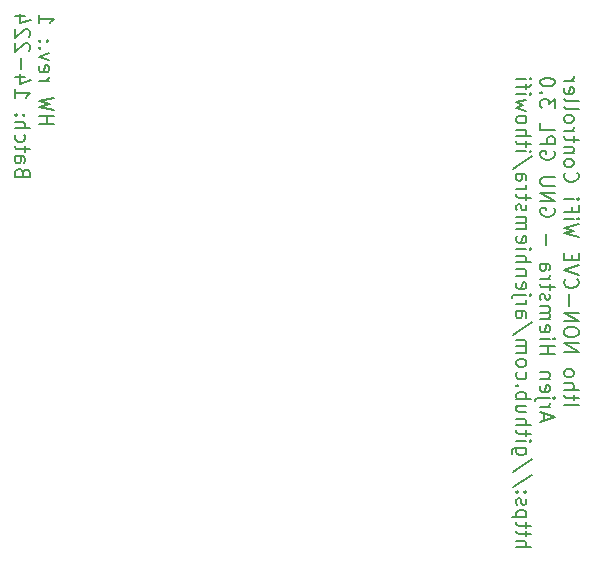
<source format=gbo>
G04 #@! TF.GenerationSoftware,KiCad,Pcbnew,7.0.9*
G04 #@! TF.CreationDate,2024-01-13T23:58:37+01:00*
G04 #@! TF.ProjectId,ithowifi_4l,6974686f-7769-4666-995f-346c2e6b6963,rev?*
G04 #@! TF.SameCoordinates,Original*
G04 #@! TF.FileFunction,Legend,Bot*
G04 #@! TF.FilePolarity,Positive*
%FSLAX46Y46*%
G04 Gerber Fmt 4.6, Leading zero omitted, Abs format (unit mm)*
G04 Created by KiCad (PCBNEW 7.0.9) date 2024-01-13 23:58:37*
%MOMM*%
%LPD*%
G01*
G04 APERTURE LIST*
G04 Aperture macros list*
%AMRoundRect*
0 Rectangle with rounded corners*
0 $1 Rounding radius*
0 $2 $3 $4 $5 $6 $7 $8 $9 X,Y pos of 4 corners*
0 Add a 4 corners polygon primitive as box body*
4,1,4,$2,$3,$4,$5,$6,$7,$8,$9,$2,$3,0*
0 Add four circle primitives for the rounded corners*
1,1,$1+$1,$2,$3*
1,1,$1+$1,$4,$5*
1,1,$1+$1,$6,$7*
1,1,$1+$1,$8,$9*
0 Add four rect primitives between the rounded corners*
20,1,$1+$1,$2,$3,$4,$5,0*
20,1,$1+$1,$4,$5,$6,$7,0*
20,1,$1+$1,$6,$7,$8,$9,0*
20,1,$1+$1,$8,$9,$2,$3,0*%
G04 Aperture macros list end*
%ADD10C,0.200000*%
%ADD11R,1.700000X1.700000*%
%ADD12O,1.700000X1.700000*%
%ADD13C,2.500000*%
%ADD14RoundRect,0.273000X-0.677000X0.637000X-0.677000X-0.637000X0.677000X-0.637000X0.677000X0.637000X0*%
%ADD15O,1.250000X1.050000*%
%ADD16C,3.250000*%
%ADD17C,1.446000*%
%ADD18C,2.700000*%
%ADD19C,2.000000*%
G04 APERTURE END LIST*
D10*
X113073036Y-143012573D02*
X114319036Y-143012573D01*
X113903703Y-142597240D02*
X113903703Y-142122573D01*
X114319036Y-142419240D02*
X113251036Y-142419240D01*
X113251036Y-142419240D02*
X113132370Y-142359907D01*
X113132370Y-142359907D02*
X113073036Y-142241240D01*
X113073036Y-142241240D02*
X113073036Y-142122573D01*
X113073036Y-141707240D02*
X114319036Y-141707240D01*
X113073036Y-141173240D02*
X113725703Y-141173240D01*
X113725703Y-141173240D02*
X113844370Y-141232573D01*
X113844370Y-141232573D02*
X113903703Y-141351240D01*
X113903703Y-141351240D02*
X113903703Y-141529240D01*
X113903703Y-141529240D02*
X113844370Y-141647907D01*
X113844370Y-141647907D02*
X113785036Y-141707240D01*
X113073036Y-140401907D02*
X113132370Y-140520574D01*
X113132370Y-140520574D02*
X113191703Y-140579907D01*
X113191703Y-140579907D02*
X113310370Y-140639240D01*
X113310370Y-140639240D02*
X113666370Y-140639240D01*
X113666370Y-140639240D02*
X113785036Y-140579907D01*
X113785036Y-140579907D02*
X113844370Y-140520574D01*
X113844370Y-140520574D02*
X113903703Y-140401907D01*
X113903703Y-140401907D02*
X113903703Y-140223907D01*
X113903703Y-140223907D02*
X113844370Y-140105240D01*
X113844370Y-140105240D02*
X113785036Y-140045907D01*
X113785036Y-140045907D02*
X113666370Y-139986574D01*
X113666370Y-139986574D02*
X113310370Y-139986574D01*
X113310370Y-139986574D02*
X113191703Y-140045907D01*
X113191703Y-140045907D02*
X113132370Y-140105240D01*
X113132370Y-140105240D02*
X113073036Y-140223907D01*
X113073036Y-140223907D02*
X113073036Y-140401907D01*
X113073036Y-138503241D02*
X114319036Y-138503241D01*
X114319036Y-138503241D02*
X113073036Y-137791241D01*
X113073036Y-137791241D02*
X114319036Y-137791241D01*
X114319036Y-136960575D02*
X114319036Y-136723241D01*
X114319036Y-136723241D02*
X114259703Y-136604575D01*
X114259703Y-136604575D02*
X114141036Y-136485908D01*
X114141036Y-136485908D02*
X113903703Y-136426575D01*
X113903703Y-136426575D02*
X113488370Y-136426575D01*
X113488370Y-136426575D02*
X113251036Y-136485908D01*
X113251036Y-136485908D02*
X113132370Y-136604575D01*
X113132370Y-136604575D02*
X113073036Y-136723241D01*
X113073036Y-136723241D02*
X113073036Y-136960575D01*
X113073036Y-136960575D02*
X113132370Y-137079241D01*
X113132370Y-137079241D02*
X113251036Y-137197908D01*
X113251036Y-137197908D02*
X113488370Y-137257241D01*
X113488370Y-137257241D02*
X113903703Y-137257241D01*
X113903703Y-137257241D02*
X114141036Y-137197908D01*
X114141036Y-137197908D02*
X114259703Y-137079241D01*
X114259703Y-137079241D02*
X114319036Y-136960575D01*
X113073036Y-135892575D02*
X114319036Y-135892575D01*
X114319036Y-135892575D02*
X113073036Y-135180575D01*
X113073036Y-135180575D02*
X114319036Y-135180575D01*
X113547703Y-134587242D02*
X113547703Y-133637909D01*
X113191703Y-132332575D02*
X113132370Y-132391908D01*
X113132370Y-132391908D02*
X113073036Y-132569908D01*
X113073036Y-132569908D02*
X113073036Y-132688575D01*
X113073036Y-132688575D02*
X113132370Y-132866575D01*
X113132370Y-132866575D02*
X113251036Y-132985242D01*
X113251036Y-132985242D02*
X113369703Y-133044575D01*
X113369703Y-133044575D02*
X113607036Y-133103908D01*
X113607036Y-133103908D02*
X113785036Y-133103908D01*
X113785036Y-133103908D02*
X114022370Y-133044575D01*
X114022370Y-133044575D02*
X114141036Y-132985242D01*
X114141036Y-132985242D02*
X114259703Y-132866575D01*
X114259703Y-132866575D02*
X114319036Y-132688575D01*
X114319036Y-132688575D02*
X114319036Y-132569908D01*
X114319036Y-132569908D02*
X114259703Y-132391908D01*
X114259703Y-132391908D02*
X114200370Y-132332575D01*
X114319036Y-131976575D02*
X113073036Y-131561242D01*
X113073036Y-131561242D02*
X114319036Y-131145908D01*
X113725703Y-130730575D02*
X113725703Y-130315242D01*
X113073036Y-130137242D02*
X113073036Y-130730575D01*
X113073036Y-130730575D02*
X114319036Y-130730575D01*
X114319036Y-130730575D02*
X114319036Y-130137242D01*
X114319036Y-128772576D02*
X113073036Y-128475909D01*
X113073036Y-128475909D02*
X113963036Y-128238576D01*
X113963036Y-128238576D02*
X113073036Y-128001242D01*
X113073036Y-128001242D02*
X114319036Y-127704576D01*
X113073036Y-127229909D02*
X113903703Y-127229909D01*
X114319036Y-127229909D02*
X114259703Y-127289242D01*
X114259703Y-127289242D02*
X114200370Y-127229909D01*
X114200370Y-127229909D02*
X114259703Y-127170576D01*
X114259703Y-127170576D02*
X114319036Y-127229909D01*
X114319036Y-127229909D02*
X114200370Y-127229909D01*
X113725703Y-126221243D02*
X113725703Y-126636576D01*
X113073036Y-126636576D02*
X114319036Y-126636576D01*
X114319036Y-126636576D02*
X114319036Y-126043243D01*
X113073036Y-125568576D02*
X113903703Y-125568576D01*
X114319036Y-125568576D02*
X114259703Y-125627909D01*
X114259703Y-125627909D02*
X114200370Y-125568576D01*
X114200370Y-125568576D02*
X114259703Y-125509243D01*
X114259703Y-125509243D02*
X114319036Y-125568576D01*
X114319036Y-125568576D02*
X114200370Y-125568576D01*
X113191703Y-123313910D02*
X113132370Y-123373243D01*
X113132370Y-123373243D02*
X113073036Y-123551243D01*
X113073036Y-123551243D02*
X113073036Y-123669910D01*
X113073036Y-123669910D02*
X113132370Y-123847910D01*
X113132370Y-123847910D02*
X113251036Y-123966577D01*
X113251036Y-123966577D02*
X113369703Y-124025910D01*
X113369703Y-124025910D02*
X113607036Y-124085243D01*
X113607036Y-124085243D02*
X113785036Y-124085243D01*
X113785036Y-124085243D02*
X114022370Y-124025910D01*
X114022370Y-124025910D02*
X114141036Y-123966577D01*
X114141036Y-123966577D02*
X114259703Y-123847910D01*
X114259703Y-123847910D02*
X114319036Y-123669910D01*
X114319036Y-123669910D02*
X114319036Y-123551243D01*
X114319036Y-123551243D02*
X114259703Y-123373243D01*
X114259703Y-123373243D02*
X114200370Y-123313910D01*
X113073036Y-122601910D02*
X113132370Y-122720577D01*
X113132370Y-122720577D02*
X113191703Y-122779910D01*
X113191703Y-122779910D02*
X113310370Y-122839243D01*
X113310370Y-122839243D02*
X113666370Y-122839243D01*
X113666370Y-122839243D02*
X113785036Y-122779910D01*
X113785036Y-122779910D02*
X113844370Y-122720577D01*
X113844370Y-122720577D02*
X113903703Y-122601910D01*
X113903703Y-122601910D02*
X113903703Y-122423910D01*
X113903703Y-122423910D02*
X113844370Y-122305243D01*
X113844370Y-122305243D02*
X113785036Y-122245910D01*
X113785036Y-122245910D02*
X113666370Y-122186577D01*
X113666370Y-122186577D02*
X113310370Y-122186577D01*
X113310370Y-122186577D02*
X113191703Y-122245910D01*
X113191703Y-122245910D02*
X113132370Y-122305243D01*
X113132370Y-122305243D02*
X113073036Y-122423910D01*
X113073036Y-122423910D02*
X113073036Y-122601910D01*
X113903703Y-121652577D02*
X113073036Y-121652577D01*
X113785036Y-121652577D02*
X113844370Y-121593244D01*
X113844370Y-121593244D02*
X113903703Y-121474577D01*
X113903703Y-121474577D02*
X113903703Y-121296577D01*
X113903703Y-121296577D02*
X113844370Y-121177910D01*
X113844370Y-121177910D02*
X113725703Y-121118577D01*
X113725703Y-121118577D02*
X113073036Y-121118577D01*
X113903703Y-120703244D02*
X113903703Y-120228577D01*
X114319036Y-120525244D02*
X113251036Y-120525244D01*
X113251036Y-120525244D02*
X113132370Y-120465911D01*
X113132370Y-120465911D02*
X113073036Y-120347244D01*
X113073036Y-120347244D02*
X113073036Y-120228577D01*
X113073036Y-119813244D02*
X113903703Y-119813244D01*
X113666370Y-119813244D02*
X113785036Y-119753911D01*
X113785036Y-119753911D02*
X113844370Y-119694577D01*
X113844370Y-119694577D02*
X113903703Y-119575911D01*
X113903703Y-119575911D02*
X113903703Y-119457244D01*
X113073036Y-118863911D02*
X113132370Y-118982578D01*
X113132370Y-118982578D02*
X113191703Y-119041911D01*
X113191703Y-119041911D02*
X113310370Y-119101244D01*
X113310370Y-119101244D02*
X113666370Y-119101244D01*
X113666370Y-119101244D02*
X113785036Y-119041911D01*
X113785036Y-119041911D02*
X113844370Y-118982578D01*
X113844370Y-118982578D02*
X113903703Y-118863911D01*
X113903703Y-118863911D02*
X113903703Y-118685911D01*
X113903703Y-118685911D02*
X113844370Y-118567244D01*
X113844370Y-118567244D02*
X113785036Y-118507911D01*
X113785036Y-118507911D02*
X113666370Y-118448578D01*
X113666370Y-118448578D02*
X113310370Y-118448578D01*
X113310370Y-118448578D02*
X113191703Y-118507911D01*
X113191703Y-118507911D02*
X113132370Y-118567244D01*
X113132370Y-118567244D02*
X113073036Y-118685911D01*
X113073036Y-118685911D02*
X113073036Y-118863911D01*
X113073036Y-117736578D02*
X113132370Y-117855245D01*
X113132370Y-117855245D02*
X113251036Y-117914578D01*
X113251036Y-117914578D02*
X114319036Y-117914578D01*
X113073036Y-117083911D02*
X113132370Y-117202578D01*
X113132370Y-117202578D02*
X113251036Y-117261911D01*
X113251036Y-117261911D02*
X114319036Y-117261911D01*
X113132370Y-116134577D02*
X113073036Y-116253244D01*
X113073036Y-116253244D02*
X113073036Y-116490577D01*
X113073036Y-116490577D02*
X113132370Y-116609244D01*
X113132370Y-116609244D02*
X113251036Y-116668577D01*
X113251036Y-116668577D02*
X113725703Y-116668577D01*
X113725703Y-116668577D02*
X113844370Y-116609244D01*
X113844370Y-116609244D02*
X113903703Y-116490577D01*
X113903703Y-116490577D02*
X113903703Y-116253244D01*
X113903703Y-116253244D02*
X113844370Y-116134577D01*
X113844370Y-116134577D02*
X113725703Y-116075244D01*
X113725703Y-116075244D02*
X113607036Y-116075244D01*
X113607036Y-116075244D02*
X113488370Y-116668577D01*
X113073036Y-115541244D02*
X113903703Y-115541244D01*
X113666370Y-115541244D02*
X113785036Y-115481911D01*
X113785036Y-115481911D02*
X113844370Y-115422577D01*
X113844370Y-115422577D02*
X113903703Y-115303911D01*
X113903703Y-115303911D02*
X113903703Y-115185244D01*
X111422976Y-144317907D02*
X111422976Y-143724574D01*
X111066976Y-144436574D02*
X112312976Y-144021241D01*
X112312976Y-144021241D02*
X111066976Y-143605907D01*
X111066976Y-143190574D02*
X111897643Y-143190574D01*
X111660310Y-143190574D02*
X111778976Y-143131241D01*
X111778976Y-143131241D02*
X111838310Y-143071907D01*
X111838310Y-143071907D02*
X111897643Y-142953241D01*
X111897643Y-142953241D02*
X111897643Y-142834574D01*
X111897643Y-142419241D02*
X110829643Y-142419241D01*
X110829643Y-142419241D02*
X110710976Y-142478574D01*
X110710976Y-142478574D02*
X110651643Y-142597241D01*
X110651643Y-142597241D02*
X110651643Y-142656574D01*
X112312976Y-142419241D02*
X112253643Y-142478574D01*
X112253643Y-142478574D02*
X112194310Y-142419241D01*
X112194310Y-142419241D02*
X112253643Y-142359908D01*
X112253643Y-142359908D02*
X112312976Y-142419241D01*
X112312976Y-142419241D02*
X112194310Y-142419241D01*
X111126310Y-141351241D02*
X111066976Y-141469908D01*
X111066976Y-141469908D02*
X111066976Y-141707241D01*
X111066976Y-141707241D02*
X111126310Y-141825908D01*
X111126310Y-141825908D02*
X111244976Y-141885241D01*
X111244976Y-141885241D02*
X111719643Y-141885241D01*
X111719643Y-141885241D02*
X111838310Y-141825908D01*
X111838310Y-141825908D02*
X111897643Y-141707241D01*
X111897643Y-141707241D02*
X111897643Y-141469908D01*
X111897643Y-141469908D02*
X111838310Y-141351241D01*
X111838310Y-141351241D02*
X111719643Y-141291908D01*
X111719643Y-141291908D02*
X111600976Y-141291908D01*
X111600976Y-141291908D02*
X111482310Y-141885241D01*
X111897643Y-140757908D02*
X111066976Y-140757908D01*
X111778976Y-140757908D02*
X111838310Y-140698575D01*
X111838310Y-140698575D02*
X111897643Y-140579908D01*
X111897643Y-140579908D02*
X111897643Y-140401908D01*
X111897643Y-140401908D02*
X111838310Y-140283241D01*
X111838310Y-140283241D02*
X111719643Y-140223908D01*
X111719643Y-140223908D02*
X111066976Y-140223908D01*
X111066976Y-138681242D02*
X112312976Y-138681242D01*
X111719643Y-138681242D02*
X111719643Y-137969242D01*
X111066976Y-137969242D02*
X112312976Y-137969242D01*
X111066976Y-137375909D02*
X111897643Y-137375909D01*
X112312976Y-137375909D02*
X112253643Y-137435242D01*
X112253643Y-137435242D02*
X112194310Y-137375909D01*
X112194310Y-137375909D02*
X112253643Y-137316576D01*
X112253643Y-137316576D02*
X112312976Y-137375909D01*
X112312976Y-137375909D02*
X112194310Y-137375909D01*
X111126310Y-136307909D02*
X111066976Y-136426576D01*
X111066976Y-136426576D02*
X111066976Y-136663909D01*
X111066976Y-136663909D02*
X111126310Y-136782576D01*
X111126310Y-136782576D02*
X111244976Y-136841909D01*
X111244976Y-136841909D02*
X111719643Y-136841909D01*
X111719643Y-136841909D02*
X111838310Y-136782576D01*
X111838310Y-136782576D02*
X111897643Y-136663909D01*
X111897643Y-136663909D02*
X111897643Y-136426576D01*
X111897643Y-136426576D02*
X111838310Y-136307909D01*
X111838310Y-136307909D02*
X111719643Y-136248576D01*
X111719643Y-136248576D02*
X111600976Y-136248576D01*
X111600976Y-136248576D02*
X111482310Y-136841909D01*
X111066976Y-135714576D02*
X111897643Y-135714576D01*
X111778976Y-135714576D02*
X111838310Y-135655243D01*
X111838310Y-135655243D02*
X111897643Y-135536576D01*
X111897643Y-135536576D02*
X111897643Y-135358576D01*
X111897643Y-135358576D02*
X111838310Y-135239909D01*
X111838310Y-135239909D02*
X111719643Y-135180576D01*
X111719643Y-135180576D02*
X111066976Y-135180576D01*
X111719643Y-135180576D02*
X111838310Y-135121243D01*
X111838310Y-135121243D02*
X111897643Y-135002576D01*
X111897643Y-135002576D02*
X111897643Y-134824576D01*
X111897643Y-134824576D02*
X111838310Y-134705909D01*
X111838310Y-134705909D02*
X111719643Y-134646576D01*
X111719643Y-134646576D02*
X111066976Y-134646576D01*
X111126310Y-134112576D02*
X111066976Y-133993910D01*
X111066976Y-133993910D02*
X111066976Y-133756576D01*
X111066976Y-133756576D02*
X111126310Y-133637910D01*
X111126310Y-133637910D02*
X111244976Y-133578576D01*
X111244976Y-133578576D02*
X111304310Y-133578576D01*
X111304310Y-133578576D02*
X111422976Y-133637910D01*
X111422976Y-133637910D02*
X111482310Y-133756576D01*
X111482310Y-133756576D02*
X111482310Y-133934576D01*
X111482310Y-133934576D02*
X111541643Y-134053243D01*
X111541643Y-134053243D02*
X111660310Y-134112576D01*
X111660310Y-134112576D02*
X111719643Y-134112576D01*
X111719643Y-134112576D02*
X111838310Y-134053243D01*
X111838310Y-134053243D02*
X111897643Y-133934576D01*
X111897643Y-133934576D02*
X111897643Y-133756576D01*
X111897643Y-133756576D02*
X111838310Y-133637910D01*
X111897643Y-133222576D02*
X111897643Y-132747909D01*
X112312976Y-133044576D02*
X111244976Y-133044576D01*
X111244976Y-133044576D02*
X111126310Y-132985243D01*
X111126310Y-132985243D02*
X111066976Y-132866576D01*
X111066976Y-132866576D02*
X111066976Y-132747909D01*
X111066976Y-132332576D02*
X111897643Y-132332576D01*
X111660310Y-132332576D02*
X111778976Y-132273243D01*
X111778976Y-132273243D02*
X111838310Y-132213909D01*
X111838310Y-132213909D02*
X111897643Y-132095243D01*
X111897643Y-132095243D02*
X111897643Y-131976576D01*
X111066976Y-131027243D02*
X111719643Y-131027243D01*
X111719643Y-131027243D02*
X111838310Y-131086576D01*
X111838310Y-131086576D02*
X111897643Y-131205243D01*
X111897643Y-131205243D02*
X111897643Y-131442576D01*
X111897643Y-131442576D02*
X111838310Y-131561243D01*
X111126310Y-131027243D02*
X111066976Y-131145910D01*
X111066976Y-131145910D02*
X111066976Y-131442576D01*
X111066976Y-131442576D02*
X111126310Y-131561243D01*
X111126310Y-131561243D02*
X111244976Y-131620576D01*
X111244976Y-131620576D02*
X111363643Y-131620576D01*
X111363643Y-131620576D02*
X111482310Y-131561243D01*
X111482310Y-131561243D02*
X111541643Y-131442576D01*
X111541643Y-131442576D02*
X111541643Y-131145910D01*
X111541643Y-131145910D02*
X111600976Y-131027243D01*
X111541643Y-129484577D02*
X111541643Y-128535244D01*
X112253643Y-126339910D02*
X112312976Y-126458577D01*
X112312976Y-126458577D02*
X112312976Y-126636577D01*
X112312976Y-126636577D02*
X112253643Y-126814577D01*
X112253643Y-126814577D02*
X112134976Y-126933244D01*
X112134976Y-126933244D02*
X112016310Y-126992577D01*
X112016310Y-126992577D02*
X111778976Y-127051910D01*
X111778976Y-127051910D02*
X111600976Y-127051910D01*
X111600976Y-127051910D02*
X111363643Y-126992577D01*
X111363643Y-126992577D02*
X111244976Y-126933244D01*
X111244976Y-126933244D02*
X111126310Y-126814577D01*
X111126310Y-126814577D02*
X111066976Y-126636577D01*
X111066976Y-126636577D02*
X111066976Y-126517910D01*
X111066976Y-126517910D02*
X111126310Y-126339910D01*
X111126310Y-126339910D02*
X111185643Y-126280577D01*
X111185643Y-126280577D02*
X111600976Y-126280577D01*
X111600976Y-126280577D02*
X111600976Y-126517910D01*
X111066976Y-125746577D02*
X112312976Y-125746577D01*
X112312976Y-125746577D02*
X111066976Y-125034577D01*
X111066976Y-125034577D02*
X112312976Y-125034577D01*
X112312976Y-124441244D02*
X111304310Y-124441244D01*
X111304310Y-124441244D02*
X111185643Y-124381911D01*
X111185643Y-124381911D02*
X111126310Y-124322577D01*
X111126310Y-124322577D02*
X111066976Y-124203911D01*
X111066976Y-124203911D02*
X111066976Y-123966577D01*
X111066976Y-123966577D02*
X111126310Y-123847911D01*
X111126310Y-123847911D02*
X111185643Y-123788577D01*
X111185643Y-123788577D02*
X111304310Y-123729244D01*
X111304310Y-123729244D02*
X112312976Y-123729244D01*
X112253643Y-121533911D02*
X112312976Y-121652578D01*
X112312976Y-121652578D02*
X112312976Y-121830578D01*
X112312976Y-121830578D02*
X112253643Y-122008578D01*
X112253643Y-122008578D02*
X112134976Y-122127245D01*
X112134976Y-122127245D02*
X112016310Y-122186578D01*
X112016310Y-122186578D02*
X111778976Y-122245911D01*
X111778976Y-122245911D02*
X111600976Y-122245911D01*
X111600976Y-122245911D02*
X111363643Y-122186578D01*
X111363643Y-122186578D02*
X111244976Y-122127245D01*
X111244976Y-122127245D02*
X111126310Y-122008578D01*
X111126310Y-122008578D02*
X111066976Y-121830578D01*
X111066976Y-121830578D02*
X111066976Y-121711911D01*
X111066976Y-121711911D02*
X111126310Y-121533911D01*
X111126310Y-121533911D02*
X111185643Y-121474578D01*
X111185643Y-121474578D02*
X111600976Y-121474578D01*
X111600976Y-121474578D02*
X111600976Y-121711911D01*
X111066976Y-120940578D02*
X112312976Y-120940578D01*
X112312976Y-120940578D02*
X112312976Y-120465911D01*
X112312976Y-120465911D02*
X112253643Y-120347245D01*
X112253643Y-120347245D02*
X112194310Y-120287911D01*
X112194310Y-120287911D02*
X112075643Y-120228578D01*
X112075643Y-120228578D02*
X111897643Y-120228578D01*
X111897643Y-120228578D02*
X111778976Y-120287911D01*
X111778976Y-120287911D02*
X111719643Y-120347245D01*
X111719643Y-120347245D02*
X111660310Y-120465911D01*
X111660310Y-120465911D02*
X111660310Y-120940578D01*
X111066976Y-119101245D02*
X111066976Y-119694578D01*
X111066976Y-119694578D02*
X112312976Y-119694578D01*
X112312976Y-117855245D02*
X112312976Y-117083911D01*
X112312976Y-117083911D02*
X111838310Y-117499245D01*
X111838310Y-117499245D02*
X111838310Y-117321245D01*
X111838310Y-117321245D02*
X111778976Y-117202578D01*
X111778976Y-117202578D02*
X111719643Y-117143245D01*
X111719643Y-117143245D02*
X111600976Y-117083911D01*
X111600976Y-117083911D02*
X111304310Y-117083911D01*
X111304310Y-117083911D02*
X111185643Y-117143245D01*
X111185643Y-117143245D02*
X111126310Y-117202578D01*
X111126310Y-117202578D02*
X111066976Y-117321245D01*
X111066976Y-117321245D02*
X111066976Y-117677245D01*
X111066976Y-117677245D02*
X111126310Y-117795911D01*
X111126310Y-117795911D02*
X111185643Y-117855245D01*
X111185643Y-116549911D02*
X111126310Y-116490578D01*
X111126310Y-116490578D02*
X111066976Y-116549911D01*
X111066976Y-116549911D02*
X111126310Y-116609244D01*
X111126310Y-116609244D02*
X111185643Y-116549911D01*
X111185643Y-116549911D02*
X111066976Y-116549911D01*
X112312976Y-115719245D02*
X112312976Y-115600578D01*
X112312976Y-115600578D02*
X112253643Y-115481911D01*
X112253643Y-115481911D02*
X112194310Y-115422578D01*
X112194310Y-115422578D02*
X112075643Y-115363245D01*
X112075643Y-115363245D02*
X111838310Y-115303911D01*
X111838310Y-115303911D02*
X111541643Y-115303911D01*
X111541643Y-115303911D02*
X111304310Y-115363245D01*
X111304310Y-115363245D02*
X111185643Y-115422578D01*
X111185643Y-115422578D02*
X111126310Y-115481911D01*
X111126310Y-115481911D02*
X111066976Y-115600578D01*
X111066976Y-115600578D02*
X111066976Y-115719245D01*
X111066976Y-115719245D02*
X111126310Y-115837911D01*
X111126310Y-115837911D02*
X111185643Y-115897245D01*
X111185643Y-115897245D02*
X111304310Y-115956578D01*
X111304310Y-115956578D02*
X111541643Y-116015911D01*
X111541643Y-116015911D02*
X111838310Y-116015911D01*
X111838310Y-116015911D02*
X112075643Y-115956578D01*
X112075643Y-115956578D02*
X112194310Y-115897245D01*
X112194310Y-115897245D02*
X112253643Y-115837911D01*
X112253643Y-115837911D02*
X112312976Y-115719245D01*
X109060916Y-155057235D02*
X110306916Y-155057235D01*
X109060916Y-154523235D02*
X109713583Y-154523235D01*
X109713583Y-154523235D02*
X109832250Y-154582568D01*
X109832250Y-154582568D02*
X109891583Y-154701235D01*
X109891583Y-154701235D02*
X109891583Y-154879235D01*
X109891583Y-154879235D02*
X109832250Y-154997902D01*
X109832250Y-154997902D02*
X109772916Y-155057235D01*
X109891583Y-154107902D02*
X109891583Y-153633235D01*
X110306916Y-153929902D02*
X109238916Y-153929902D01*
X109238916Y-153929902D02*
X109120250Y-153870569D01*
X109120250Y-153870569D02*
X109060916Y-153751902D01*
X109060916Y-153751902D02*
X109060916Y-153633235D01*
X109891583Y-153395902D02*
X109891583Y-152921235D01*
X110306916Y-153217902D02*
X109238916Y-153217902D01*
X109238916Y-153217902D02*
X109120250Y-153158569D01*
X109120250Y-153158569D02*
X109060916Y-153039902D01*
X109060916Y-153039902D02*
X109060916Y-152921235D01*
X109891583Y-152505902D02*
X108645583Y-152505902D01*
X109832250Y-152505902D02*
X109891583Y-152387235D01*
X109891583Y-152387235D02*
X109891583Y-152149902D01*
X109891583Y-152149902D02*
X109832250Y-152031235D01*
X109832250Y-152031235D02*
X109772916Y-151971902D01*
X109772916Y-151971902D02*
X109654250Y-151912569D01*
X109654250Y-151912569D02*
X109298250Y-151912569D01*
X109298250Y-151912569D02*
X109179583Y-151971902D01*
X109179583Y-151971902D02*
X109120250Y-152031235D01*
X109120250Y-152031235D02*
X109060916Y-152149902D01*
X109060916Y-152149902D02*
X109060916Y-152387235D01*
X109060916Y-152387235D02*
X109120250Y-152505902D01*
X109120250Y-151437902D02*
X109060916Y-151319236D01*
X109060916Y-151319236D02*
X109060916Y-151081902D01*
X109060916Y-151081902D02*
X109120250Y-150963236D01*
X109120250Y-150963236D02*
X109238916Y-150903902D01*
X109238916Y-150903902D02*
X109298250Y-150903902D01*
X109298250Y-150903902D02*
X109416916Y-150963236D01*
X109416916Y-150963236D02*
X109476250Y-151081902D01*
X109476250Y-151081902D02*
X109476250Y-151259902D01*
X109476250Y-151259902D02*
X109535583Y-151378569D01*
X109535583Y-151378569D02*
X109654250Y-151437902D01*
X109654250Y-151437902D02*
X109713583Y-151437902D01*
X109713583Y-151437902D02*
X109832250Y-151378569D01*
X109832250Y-151378569D02*
X109891583Y-151259902D01*
X109891583Y-151259902D02*
X109891583Y-151081902D01*
X109891583Y-151081902D02*
X109832250Y-150963236D01*
X109179583Y-150369902D02*
X109120250Y-150310569D01*
X109120250Y-150310569D02*
X109060916Y-150369902D01*
X109060916Y-150369902D02*
X109120250Y-150429235D01*
X109120250Y-150429235D02*
X109179583Y-150369902D01*
X109179583Y-150369902D02*
X109060916Y-150369902D01*
X109832250Y-150369902D02*
X109772916Y-150310569D01*
X109772916Y-150310569D02*
X109713583Y-150369902D01*
X109713583Y-150369902D02*
X109772916Y-150429235D01*
X109772916Y-150429235D02*
X109832250Y-150369902D01*
X109832250Y-150369902D02*
X109713583Y-150369902D01*
X110366250Y-148886569D02*
X108764250Y-149954569D01*
X110366250Y-147581236D02*
X108764250Y-148649236D01*
X109891583Y-146631903D02*
X108882916Y-146631903D01*
X108882916Y-146631903D02*
X108764250Y-146691236D01*
X108764250Y-146691236D02*
X108704916Y-146750570D01*
X108704916Y-146750570D02*
X108645583Y-146869236D01*
X108645583Y-146869236D02*
X108645583Y-147047236D01*
X108645583Y-147047236D02*
X108704916Y-147165903D01*
X109120250Y-146631903D02*
X109060916Y-146750570D01*
X109060916Y-146750570D02*
X109060916Y-146987903D01*
X109060916Y-146987903D02*
X109120250Y-147106570D01*
X109120250Y-147106570D02*
X109179583Y-147165903D01*
X109179583Y-147165903D02*
X109298250Y-147225236D01*
X109298250Y-147225236D02*
X109654250Y-147225236D01*
X109654250Y-147225236D02*
X109772916Y-147165903D01*
X109772916Y-147165903D02*
X109832250Y-147106570D01*
X109832250Y-147106570D02*
X109891583Y-146987903D01*
X109891583Y-146987903D02*
X109891583Y-146750570D01*
X109891583Y-146750570D02*
X109832250Y-146631903D01*
X109060916Y-146038570D02*
X109891583Y-146038570D01*
X110306916Y-146038570D02*
X110247583Y-146097903D01*
X110247583Y-146097903D02*
X110188250Y-146038570D01*
X110188250Y-146038570D02*
X110247583Y-145979237D01*
X110247583Y-145979237D02*
X110306916Y-146038570D01*
X110306916Y-146038570D02*
X110188250Y-146038570D01*
X109891583Y-145623237D02*
X109891583Y-145148570D01*
X110306916Y-145445237D02*
X109238916Y-145445237D01*
X109238916Y-145445237D02*
X109120250Y-145385904D01*
X109120250Y-145385904D02*
X109060916Y-145267237D01*
X109060916Y-145267237D02*
X109060916Y-145148570D01*
X109060916Y-144733237D02*
X110306916Y-144733237D01*
X109060916Y-144199237D02*
X109713583Y-144199237D01*
X109713583Y-144199237D02*
X109832250Y-144258570D01*
X109832250Y-144258570D02*
X109891583Y-144377237D01*
X109891583Y-144377237D02*
X109891583Y-144555237D01*
X109891583Y-144555237D02*
X109832250Y-144673904D01*
X109832250Y-144673904D02*
X109772916Y-144733237D01*
X109891583Y-143071904D02*
X109060916Y-143071904D01*
X109891583Y-143605904D02*
X109238916Y-143605904D01*
X109238916Y-143605904D02*
X109120250Y-143546571D01*
X109120250Y-143546571D02*
X109060916Y-143427904D01*
X109060916Y-143427904D02*
X109060916Y-143249904D01*
X109060916Y-143249904D02*
X109120250Y-143131237D01*
X109120250Y-143131237D02*
X109179583Y-143071904D01*
X109060916Y-142478571D02*
X110306916Y-142478571D01*
X109832250Y-142478571D02*
X109891583Y-142359904D01*
X109891583Y-142359904D02*
X109891583Y-142122571D01*
X109891583Y-142122571D02*
X109832250Y-142003904D01*
X109832250Y-142003904D02*
X109772916Y-141944571D01*
X109772916Y-141944571D02*
X109654250Y-141885238D01*
X109654250Y-141885238D02*
X109298250Y-141885238D01*
X109298250Y-141885238D02*
X109179583Y-141944571D01*
X109179583Y-141944571D02*
X109120250Y-142003904D01*
X109120250Y-142003904D02*
X109060916Y-142122571D01*
X109060916Y-142122571D02*
X109060916Y-142359904D01*
X109060916Y-142359904D02*
X109120250Y-142478571D01*
X109179583Y-141351238D02*
X109120250Y-141291905D01*
X109120250Y-141291905D02*
X109060916Y-141351238D01*
X109060916Y-141351238D02*
X109120250Y-141410571D01*
X109120250Y-141410571D02*
X109179583Y-141351238D01*
X109179583Y-141351238D02*
X109060916Y-141351238D01*
X109120250Y-140223905D02*
X109060916Y-140342572D01*
X109060916Y-140342572D02*
X109060916Y-140579905D01*
X109060916Y-140579905D02*
X109120250Y-140698572D01*
X109120250Y-140698572D02*
X109179583Y-140757905D01*
X109179583Y-140757905D02*
X109298250Y-140817238D01*
X109298250Y-140817238D02*
X109654250Y-140817238D01*
X109654250Y-140817238D02*
X109772916Y-140757905D01*
X109772916Y-140757905D02*
X109832250Y-140698572D01*
X109832250Y-140698572D02*
X109891583Y-140579905D01*
X109891583Y-140579905D02*
X109891583Y-140342572D01*
X109891583Y-140342572D02*
X109832250Y-140223905D01*
X109060916Y-139511905D02*
X109120250Y-139630572D01*
X109120250Y-139630572D02*
X109179583Y-139689905D01*
X109179583Y-139689905D02*
X109298250Y-139749238D01*
X109298250Y-139749238D02*
X109654250Y-139749238D01*
X109654250Y-139749238D02*
X109772916Y-139689905D01*
X109772916Y-139689905D02*
X109832250Y-139630572D01*
X109832250Y-139630572D02*
X109891583Y-139511905D01*
X109891583Y-139511905D02*
X109891583Y-139333905D01*
X109891583Y-139333905D02*
X109832250Y-139215238D01*
X109832250Y-139215238D02*
X109772916Y-139155905D01*
X109772916Y-139155905D02*
X109654250Y-139096572D01*
X109654250Y-139096572D02*
X109298250Y-139096572D01*
X109298250Y-139096572D02*
X109179583Y-139155905D01*
X109179583Y-139155905D02*
X109120250Y-139215238D01*
X109120250Y-139215238D02*
X109060916Y-139333905D01*
X109060916Y-139333905D02*
X109060916Y-139511905D01*
X109060916Y-138562572D02*
X109891583Y-138562572D01*
X109772916Y-138562572D02*
X109832250Y-138503239D01*
X109832250Y-138503239D02*
X109891583Y-138384572D01*
X109891583Y-138384572D02*
X109891583Y-138206572D01*
X109891583Y-138206572D02*
X109832250Y-138087905D01*
X109832250Y-138087905D02*
X109713583Y-138028572D01*
X109713583Y-138028572D02*
X109060916Y-138028572D01*
X109713583Y-138028572D02*
X109832250Y-137969239D01*
X109832250Y-137969239D02*
X109891583Y-137850572D01*
X109891583Y-137850572D02*
X109891583Y-137672572D01*
X109891583Y-137672572D02*
X109832250Y-137553905D01*
X109832250Y-137553905D02*
X109713583Y-137494572D01*
X109713583Y-137494572D02*
X109060916Y-137494572D01*
X110366250Y-136011239D02*
X108764250Y-137079239D01*
X109060916Y-135061906D02*
X109713583Y-135061906D01*
X109713583Y-135061906D02*
X109832250Y-135121239D01*
X109832250Y-135121239D02*
X109891583Y-135239906D01*
X109891583Y-135239906D02*
X109891583Y-135477239D01*
X109891583Y-135477239D02*
X109832250Y-135595906D01*
X109120250Y-135061906D02*
X109060916Y-135180573D01*
X109060916Y-135180573D02*
X109060916Y-135477239D01*
X109060916Y-135477239D02*
X109120250Y-135595906D01*
X109120250Y-135595906D02*
X109238916Y-135655239D01*
X109238916Y-135655239D02*
X109357583Y-135655239D01*
X109357583Y-135655239D02*
X109476250Y-135595906D01*
X109476250Y-135595906D02*
X109535583Y-135477239D01*
X109535583Y-135477239D02*
X109535583Y-135180573D01*
X109535583Y-135180573D02*
X109594916Y-135061906D01*
X109060916Y-134468573D02*
X109891583Y-134468573D01*
X109654250Y-134468573D02*
X109772916Y-134409240D01*
X109772916Y-134409240D02*
X109832250Y-134349906D01*
X109832250Y-134349906D02*
X109891583Y-134231240D01*
X109891583Y-134231240D02*
X109891583Y-134112573D01*
X109891583Y-133697240D02*
X108823583Y-133697240D01*
X108823583Y-133697240D02*
X108704916Y-133756573D01*
X108704916Y-133756573D02*
X108645583Y-133875240D01*
X108645583Y-133875240D02*
X108645583Y-133934573D01*
X110306916Y-133697240D02*
X110247583Y-133756573D01*
X110247583Y-133756573D02*
X110188250Y-133697240D01*
X110188250Y-133697240D02*
X110247583Y-133637907D01*
X110247583Y-133637907D02*
X110306916Y-133697240D01*
X110306916Y-133697240D02*
X110188250Y-133697240D01*
X109120250Y-132629240D02*
X109060916Y-132747907D01*
X109060916Y-132747907D02*
X109060916Y-132985240D01*
X109060916Y-132985240D02*
X109120250Y-133103907D01*
X109120250Y-133103907D02*
X109238916Y-133163240D01*
X109238916Y-133163240D02*
X109713583Y-133163240D01*
X109713583Y-133163240D02*
X109832250Y-133103907D01*
X109832250Y-133103907D02*
X109891583Y-132985240D01*
X109891583Y-132985240D02*
X109891583Y-132747907D01*
X109891583Y-132747907D02*
X109832250Y-132629240D01*
X109832250Y-132629240D02*
X109713583Y-132569907D01*
X109713583Y-132569907D02*
X109594916Y-132569907D01*
X109594916Y-132569907D02*
X109476250Y-133163240D01*
X109891583Y-132035907D02*
X109060916Y-132035907D01*
X109772916Y-132035907D02*
X109832250Y-131976574D01*
X109832250Y-131976574D02*
X109891583Y-131857907D01*
X109891583Y-131857907D02*
X109891583Y-131679907D01*
X109891583Y-131679907D02*
X109832250Y-131561240D01*
X109832250Y-131561240D02*
X109713583Y-131501907D01*
X109713583Y-131501907D02*
X109060916Y-131501907D01*
X109060916Y-130908574D02*
X110306916Y-130908574D01*
X109060916Y-130374574D02*
X109713583Y-130374574D01*
X109713583Y-130374574D02*
X109832250Y-130433907D01*
X109832250Y-130433907D02*
X109891583Y-130552574D01*
X109891583Y-130552574D02*
X109891583Y-130730574D01*
X109891583Y-130730574D02*
X109832250Y-130849241D01*
X109832250Y-130849241D02*
X109772916Y-130908574D01*
X109060916Y-129781241D02*
X109891583Y-129781241D01*
X110306916Y-129781241D02*
X110247583Y-129840574D01*
X110247583Y-129840574D02*
X110188250Y-129781241D01*
X110188250Y-129781241D02*
X110247583Y-129721908D01*
X110247583Y-129721908D02*
X110306916Y-129781241D01*
X110306916Y-129781241D02*
X110188250Y-129781241D01*
X109120250Y-128713241D02*
X109060916Y-128831908D01*
X109060916Y-128831908D02*
X109060916Y-129069241D01*
X109060916Y-129069241D02*
X109120250Y-129187908D01*
X109120250Y-129187908D02*
X109238916Y-129247241D01*
X109238916Y-129247241D02*
X109713583Y-129247241D01*
X109713583Y-129247241D02*
X109832250Y-129187908D01*
X109832250Y-129187908D02*
X109891583Y-129069241D01*
X109891583Y-129069241D02*
X109891583Y-128831908D01*
X109891583Y-128831908D02*
X109832250Y-128713241D01*
X109832250Y-128713241D02*
X109713583Y-128653908D01*
X109713583Y-128653908D02*
X109594916Y-128653908D01*
X109594916Y-128653908D02*
X109476250Y-129247241D01*
X109060916Y-128119908D02*
X109891583Y-128119908D01*
X109772916Y-128119908D02*
X109832250Y-128060575D01*
X109832250Y-128060575D02*
X109891583Y-127941908D01*
X109891583Y-127941908D02*
X109891583Y-127763908D01*
X109891583Y-127763908D02*
X109832250Y-127645241D01*
X109832250Y-127645241D02*
X109713583Y-127585908D01*
X109713583Y-127585908D02*
X109060916Y-127585908D01*
X109713583Y-127585908D02*
X109832250Y-127526575D01*
X109832250Y-127526575D02*
X109891583Y-127407908D01*
X109891583Y-127407908D02*
X109891583Y-127229908D01*
X109891583Y-127229908D02*
X109832250Y-127111241D01*
X109832250Y-127111241D02*
X109713583Y-127051908D01*
X109713583Y-127051908D02*
X109060916Y-127051908D01*
X109120250Y-126517908D02*
X109060916Y-126399242D01*
X109060916Y-126399242D02*
X109060916Y-126161908D01*
X109060916Y-126161908D02*
X109120250Y-126043242D01*
X109120250Y-126043242D02*
X109238916Y-125983908D01*
X109238916Y-125983908D02*
X109298250Y-125983908D01*
X109298250Y-125983908D02*
X109416916Y-126043242D01*
X109416916Y-126043242D02*
X109476250Y-126161908D01*
X109476250Y-126161908D02*
X109476250Y-126339908D01*
X109476250Y-126339908D02*
X109535583Y-126458575D01*
X109535583Y-126458575D02*
X109654250Y-126517908D01*
X109654250Y-126517908D02*
X109713583Y-126517908D01*
X109713583Y-126517908D02*
X109832250Y-126458575D01*
X109832250Y-126458575D02*
X109891583Y-126339908D01*
X109891583Y-126339908D02*
X109891583Y-126161908D01*
X109891583Y-126161908D02*
X109832250Y-126043242D01*
X109891583Y-125627908D02*
X109891583Y-125153241D01*
X110306916Y-125449908D02*
X109238916Y-125449908D01*
X109238916Y-125449908D02*
X109120250Y-125390575D01*
X109120250Y-125390575D02*
X109060916Y-125271908D01*
X109060916Y-125271908D02*
X109060916Y-125153241D01*
X109060916Y-124737908D02*
X109891583Y-124737908D01*
X109654250Y-124737908D02*
X109772916Y-124678575D01*
X109772916Y-124678575D02*
X109832250Y-124619241D01*
X109832250Y-124619241D02*
X109891583Y-124500575D01*
X109891583Y-124500575D02*
X109891583Y-124381908D01*
X109060916Y-123432575D02*
X109713583Y-123432575D01*
X109713583Y-123432575D02*
X109832250Y-123491908D01*
X109832250Y-123491908D02*
X109891583Y-123610575D01*
X109891583Y-123610575D02*
X109891583Y-123847908D01*
X109891583Y-123847908D02*
X109832250Y-123966575D01*
X109120250Y-123432575D02*
X109060916Y-123551242D01*
X109060916Y-123551242D02*
X109060916Y-123847908D01*
X109060916Y-123847908D02*
X109120250Y-123966575D01*
X109120250Y-123966575D02*
X109238916Y-124025908D01*
X109238916Y-124025908D02*
X109357583Y-124025908D01*
X109357583Y-124025908D02*
X109476250Y-123966575D01*
X109476250Y-123966575D02*
X109535583Y-123847908D01*
X109535583Y-123847908D02*
X109535583Y-123551242D01*
X109535583Y-123551242D02*
X109594916Y-123432575D01*
X110366250Y-121949242D02*
X108764250Y-123017242D01*
X109060916Y-121533909D02*
X109891583Y-121533909D01*
X110306916Y-121533909D02*
X110247583Y-121593242D01*
X110247583Y-121593242D02*
X110188250Y-121533909D01*
X110188250Y-121533909D02*
X110247583Y-121474576D01*
X110247583Y-121474576D02*
X110306916Y-121533909D01*
X110306916Y-121533909D02*
X110188250Y-121533909D01*
X109891583Y-121118576D02*
X109891583Y-120643909D01*
X110306916Y-120940576D02*
X109238916Y-120940576D01*
X109238916Y-120940576D02*
X109120250Y-120881243D01*
X109120250Y-120881243D02*
X109060916Y-120762576D01*
X109060916Y-120762576D02*
X109060916Y-120643909D01*
X109060916Y-120228576D02*
X110306916Y-120228576D01*
X109060916Y-119694576D02*
X109713583Y-119694576D01*
X109713583Y-119694576D02*
X109832250Y-119753909D01*
X109832250Y-119753909D02*
X109891583Y-119872576D01*
X109891583Y-119872576D02*
X109891583Y-120050576D01*
X109891583Y-120050576D02*
X109832250Y-120169243D01*
X109832250Y-120169243D02*
X109772916Y-120228576D01*
X109060916Y-118923243D02*
X109120250Y-119041910D01*
X109120250Y-119041910D02*
X109179583Y-119101243D01*
X109179583Y-119101243D02*
X109298250Y-119160576D01*
X109298250Y-119160576D02*
X109654250Y-119160576D01*
X109654250Y-119160576D02*
X109772916Y-119101243D01*
X109772916Y-119101243D02*
X109832250Y-119041910D01*
X109832250Y-119041910D02*
X109891583Y-118923243D01*
X109891583Y-118923243D02*
X109891583Y-118745243D01*
X109891583Y-118745243D02*
X109832250Y-118626576D01*
X109832250Y-118626576D02*
X109772916Y-118567243D01*
X109772916Y-118567243D02*
X109654250Y-118507910D01*
X109654250Y-118507910D02*
X109298250Y-118507910D01*
X109298250Y-118507910D02*
X109179583Y-118567243D01*
X109179583Y-118567243D02*
X109120250Y-118626576D01*
X109120250Y-118626576D02*
X109060916Y-118745243D01*
X109060916Y-118745243D02*
X109060916Y-118923243D01*
X109891583Y-118092577D02*
X109060916Y-117855243D01*
X109060916Y-117855243D02*
X109654250Y-117617910D01*
X109654250Y-117617910D02*
X109060916Y-117380577D01*
X109060916Y-117380577D02*
X109891583Y-117143243D01*
X109060916Y-116668577D02*
X109891583Y-116668577D01*
X110306916Y-116668577D02*
X110247583Y-116727910D01*
X110247583Y-116727910D02*
X110188250Y-116668577D01*
X110188250Y-116668577D02*
X110247583Y-116609244D01*
X110247583Y-116609244D02*
X110306916Y-116668577D01*
X110306916Y-116668577D02*
X110188250Y-116668577D01*
X109891583Y-116253244D02*
X109891583Y-115778577D01*
X109060916Y-116075244D02*
X110128916Y-116075244D01*
X110128916Y-116075244D02*
X110247583Y-116015911D01*
X110247583Y-116015911D02*
X110306916Y-115897244D01*
X110306916Y-115897244D02*
X110306916Y-115778577D01*
X109060916Y-115363244D02*
X109891583Y-115363244D01*
X110306916Y-115363244D02*
X110247583Y-115422577D01*
X110247583Y-115422577D02*
X110188250Y-115363244D01*
X110188250Y-115363244D02*
X110247583Y-115303911D01*
X110247583Y-115303911D02*
X110306916Y-115363244D01*
X110306916Y-115363244D02*
X110188250Y-115363244D01*
X68636006Y-119225909D02*
X69882006Y-119225909D01*
X69288673Y-119225909D02*
X69288673Y-118513909D01*
X68636006Y-118513909D02*
X69882006Y-118513909D01*
X69882006Y-118039243D02*
X68636006Y-117742576D01*
X68636006Y-117742576D02*
X69526006Y-117505243D01*
X69526006Y-117505243D02*
X68636006Y-117267909D01*
X68636006Y-117267909D02*
X69882006Y-116971243D01*
X68636006Y-115547243D02*
X69466673Y-115547243D01*
X69229340Y-115547243D02*
X69348006Y-115487910D01*
X69348006Y-115487910D02*
X69407340Y-115428576D01*
X69407340Y-115428576D02*
X69466673Y-115309910D01*
X69466673Y-115309910D02*
X69466673Y-115191243D01*
X68695340Y-114301243D02*
X68636006Y-114419910D01*
X68636006Y-114419910D02*
X68636006Y-114657243D01*
X68636006Y-114657243D02*
X68695340Y-114775910D01*
X68695340Y-114775910D02*
X68814006Y-114835243D01*
X68814006Y-114835243D02*
X69288673Y-114835243D01*
X69288673Y-114835243D02*
X69407340Y-114775910D01*
X69407340Y-114775910D02*
X69466673Y-114657243D01*
X69466673Y-114657243D02*
X69466673Y-114419910D01*
X69466673Y-114419910D02*
X69407340Y-114301243D01*
X69407340Y-114301243D02*
X69288673Y-114241910D01*
X69288673Y-114241910D02*
X69170006Y-114241910D01*
X69170006Y-114241910D02*
X69051340Y-114835243D01*
X69466673Y-113826577D02*
X68636006Y-113529910D01*
X68636006Y-113529910D02*
X69466673Y-113233243D01*
X68754673Y-112758577D02*
X68695340Y-112699244D01*
X68695340Y-112699244D02*
X68636006Y-112758577D01*
X68636006Y-112758577D02*
X68695340Y-112817910D01*
X68695340Y-112817910D02*
X68754673Y-112758577D01*
X68754673Y-112758577D02*
X68636006Y-112758577D01*
X68754673Y-112165244D02*
X68695340Y-112105911D01*
X68695340Y-112105911D02*
X68636006Y-112165244D01*
X68636006Y-112165244D02*
X68695340Y-112224577D01*
X68695340Y-112224577D02*
X68754673Y-112165244D01*
X68754673Y-112165244D02*
X68636006Y-112165244D01*
X69407340Y-112165244D02*
X69348006Y-112105911D01*
X69348006Y-112105911D02*
X69288673Y-112165244D01*
X69288673Y-112165244D02*
X69348006Y-112224577D01*
X69348006Y-112224577D02*
X69407340Y-112165244D01*
X69407340Y-112165244D02*
X69288673Y-112165244D01*
X68636006Y-109969911D02*
X68636006Y-110681911D01*
X68636006Y-110325911D02*
X69882006Y-110325911D01*
X69882006Y-110325911D02*
X69704006Y-110444578D01*
X69704006Y-110444578D02*
X69585340Y-110563245D01*
X69585340Y-110563245D02*
X69526006Y-110681911D01*
X67282613Y-123319912D02*
X67223280Y-123141912D01*
X67223280Y-123141912D02*
X67163946Y-123082578D01*
X67163946Y-123082578D02*
X67045280Y-123023245D01*
X67045280Y-123023245D02*
X66867280Y-123023245D01*
X66867280Y-123023245D02*
X66748613Y-123082578D01*
X66748613Y-123082578D02*
X66689280Y-123141912D01*
X66689280Y-123141912D02*
X66629946Y-123260578D01*
X66629946Y-123260578D02*
X66629946Y-123735245D01*
X66629946Y-123735245D02*
X67875946Y-123735245D01*
X67875946Y-123735245D02*
X67875946Y-123319912D01*
X67875946Y-123319912D02*
X67816613Y-123201245D01*
X67816613Y-123201245D02*
X67757280Y-123141912D01*
X67757280Y-123141912D02*
X67638613Y-123082578D01*
X67638613Y-123082578D02*
X67519946Y-123082578D01*
X67519946Y-123082578D02*
X67401280Y-123141912D01*
X67401280Y-123141912D02*
X67341946Y-123201245D01*
X67341946Y-123201245D02*
X67282613Y-123319912D01*
X67282613Y-123319912D02*
X67282613Y-123735245D01*
X66629946Y-121955245D02*
X67282613Y-121955245D01*
X67282613Y-121955245D02*
X67401280Y-122014578D01*
X67401280Y-122014578D02*
X67460613Y-122133245D01*
X67460613Y-122133245D02*
X67460613Y-122370578D01*
X67460613Y-122370578D02*
X67401280Y-122489245D01*
X66689280Y-121955245D02*
X66629946Y-122073912D01*
X66629946Y-122073912D02*
X66629946Y-122370578D01*
X66629946Y-122370578D02*
X66689280Y-122489245D01*
X66689280Y-122489245D02*
X66807946Y-122548578D01*
X66807946Y-122548578D02*
X66926613Y-122548578D01*
X66926613Y-122548578D02*
X67045280Y-122489245D01*
X67045280Y-122489245D02*
X67104613Y-122370578D01*
X67104613Y-122370578D02*
X67104613Y-122073912D01*
X67104613Y-122073912D02*
X67163946Y-121955245D01*
X67460613Y-121539912D02*
X67460613Y-121065245D01*
X67875946Y-121361912D02*
X66807946Y-121361912D01*
X66807946Y-121361912D02*
X66689280Y-121302579D01*
X66689280Y-121302579D02*
X66629946Y-121183912D01*
X66629946Y-121183912D02*
X66629946Y-121065245D01*
X66689280Y-120115912D02*
X66629946Y-120234579D01*
X66629946Y-120234579D02*
X66629946Y-120471912D01*
X66629946Y-120471912D02*
X66689280Y-120590579D01*
X66689280Y-120590579D02*
X66748613Y-120649912D01*
X66748613Y-120649912D02*
X66867280Y-120709245D01*
X66867280Y-120709245D02*
X67223280Y-120709245D01*
X67223280Y-120709245D02*
X67341946Y-120649912D01*
X67341946Y-120649912D02*
X67401280Y-120590579D01*
X67401280Y-120590579D02*
X67460613Y-120471912D01*
X67460613Y-120471912D02*
X67460613Y-120234579D01*
X67460613Y-120234579D02*
X67401280Y-120115912D01*
X66629946Y-119581912D02*
X67875946Y-119581912D01*
X66629946Y-119047912D02*
X67282613Y-119047912D01*
X67282613Y-119047912D02*
X67401280Y-119107245D01*
X67401280Y-119107245D02*
X67460613Y-119225912D01*
X67460613Y-119225912D02*
X67460613Y-119403912D01*
X67460613Y-119403912D02*
X67401280Y-119522579D01*
X67401280Y-119522579D02*
X67341946Y-119581912D01*
X66748613Y-118454579D02*
X66689280Y-118395246D01*
X66689280Y-118395246D02*
X66629946Y-118454579D01*
X66629946Y-118454579D02*
X66689280Y-118513912D01*
X66689280Y-118513912D02*
X66748613Y-118454579D01*
X66748613Y-118454579D02*
X66629946Y-118454579D01*
X67401280Y-118454579D02*
X67341946Y-118395246D01*
X67341946Y-118395246D02*
X67282613Y-118454579D01*
X67282613Y-118454579D02*
X67341946Y-118513912D01*
X67341946Y-118513912D02*
X67401280Y-118454579D01*
X67401280Y-118454579D02*
X67282613Y-118454579D01*
X66629946Y-116259246D02*
X66629946Y-116971246D01*
X66629946Y-116615246D02*
X67875946Y-116615246D01*
X67875946Y-116615246D02*
X67697946Y-116733913D01*
X67697946Y-116733913D02*
X67579280Y-116852580D01*
X67579280Y-116852580D02*
X67519946Y-116971246D01*
X67460613Y-115191246D02*
X66629946Y-115191246D01*
X67935280Y-115487913D02*
X67045280Y-115784579D01*
X67045280Y-115784579D02*
X67045280Y-115013246D01*
X67104613Y-114538579D02*
X67104613Y-113589246D01*
X67757280Y-113055245D02*
X67816613Y-112995912D01*
X67816613Y-112995912D02*
X67875946Y-112877245D01*
X67875946Y-112877245D02*
X67875946Y-112580579D01*
X67875946Y-112580579D02*
X67816613Y-112461912D01*
X67816613Y-112461912D02*
X67757280Y-112402579D01*
X67757280Y-112402579D02*
X67638613Y-112343245D01*
X67638613Y-112343245D02*
X67519946Y-112343245D01*
X67519946Y-112343245D02*
X67341946Y-112402579D01*
X67341946Y-112402579D02*
X66629946Y-113114579D01*
X66629946Y-113114579D02*
X66629946Y-112343245D01*
X67757280Y-111868578D02*
X67816613Y-111809245D01*
X67816613Y-111809245D02*
X67875946Y-111690578D01*
X67875946Y-111690578D02*
X67875946Y-111393912D01*
X67875946Y-111393912D02*
X67816613Y-111275245D01*
X67816613Y-111275245D02*
X67757280Y-111215912D01*
X67757280Y-111215912D02*
X67638613Y-111156578D01*
X67638613Y-111156578D02*
X67519946Y-111156578D01*
X67519946Y-111156578D02*
X67341946Y-111215912D01*
X67341946Y-111215912D02*
X66629946Y-111927912D01*
X66629946Y-111927912D02*
X66629946Y-111156578D01*
X67460613Y-110088578D02*
X66629946Y-110088578D01*
X67935280Y-110385245D02*
X67045280Y-110681911D01*
X67045280Y-110681911D02*
X67045280Y-109910578D01*
%LPC*%
D11*
X75666600Y-154025600D03*
D12*
X73126600Y-154025600D03*
X75666600Y-151485600D03*
X73126600Y-151485600D03*
D13*
X55482000Y-109381000D03*
D14*
X54178200Y-117568000D03*
D15*
X57078200Y-118743000D03*
X57078200Y-123593000D03*
D14*
X54178200Y-124768000D03*
D13*
X113013000Y-109508000D03*
X113013000Y-153704000D03*
X55482000Y-153704000D03*
D16*
X56832500Y-132256500D03*
X56832500Y-144956500D03*
D17*
X59372500Y-142176500D03*
X61152500Y-141156500D03*
X59372500Y-140136500D03*
X61152500Y-139116500D03*
X59372500Y-138096500D03*
X61152500Y-137076500D03*
X59372500Y-136056500D03*
X61152500Y-135036500D03*
X65962500Y-145466500D03*
X65962500Y-143176500D03*
X65962500Y-134036500D03*
X65962500Y-131746500D03*
D18*
X60392500Y-130476500D03*
X60392500Y-146736500D03*
D11*
X63246000Y-114300000D03*
D12*
X60706000Y-114300000D03*
X63246000Y-111760000D03*
X60706000Y-111760000D03*
D19*
X88392000Y-110032800D03*
%LPD*%
M02*

</source>
